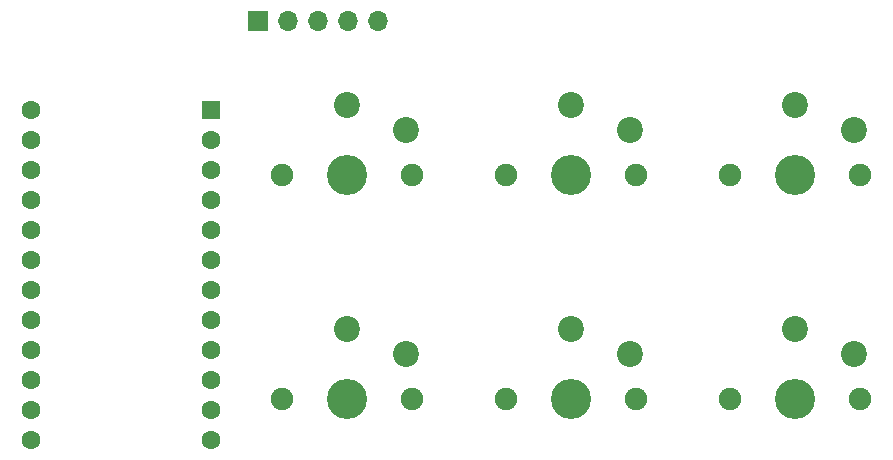
<source format=gbr>
%TF.GenerationSoftware,KiCad,Pcbnew,7.0.5*%
%TF.CreationDate,2023-10-14T21:24:46+09:00*%
%TF.ProjectId,hidtaiko,68696474-6169-46b6-9f2e-6b696361645f,rev?*%
%TF.SameCoordinates,Original*%
%TF.FileFunction,Soldermask,Top*%
%TF.FilePolarity,Negative*%
%FSLAX46Y46*%
G04 Gerber Fmt 4.6, Leading zero omitted, Abs format (unit mm)*
G04 Created by KiCad (PCBNEW 7.0.5) date 2023-10-14 21:24:46*
%MOMM*%
%LPD*%
G01*
G04 APERTURE LIST*
%ADD10R,1.700000X1.700000*%
%ADD11O,1.700000X1.700000*%
%ADD12C,1.900000*%
%ADD13C,3.400000*%
%ADD14C,2.200000*%
%ADD15R,1.600000X1.600000*%
%ADD16C,1.600000*%
G04 APERTURE END LIST*
D10*
%TO.C,REF\u002A\u002A*%
X152000000Y-52500000D03*
D11*
X154540000Y-52500000D03*
X157080000Y-52500000D03*
X159620000Y-52500000D03*
X162160000Y-52500000D03*
%TD*%
D12*
%TO.C,REF\u002A\u002A*%
X154000000Y-65500000D03*
D13*
X159500000Y-65500000D03*
D12*
X165000000Y-65500000D03*
D14*
X159500000Y-59600000D03*
X164500000Y-61700000D03*
%TD*%
D12*
%TO.C,REF\u002A\u002A*%
X192000000Y-84500000D03*
X203000000Y-84500000D03*
D13*
X197500000Y-84500000D03*
D14*
X197500000Y-78600000D03*
X202500000Y-80700000D03*
%TD*%
D12*
%TO.C,REF\u002A\u002A*%
X192000000Y-65500000D03*
X203000000Y-65500000D03*
D13*
X197500000Y-65500000D03*
D14*
X197500000Y-59600000D03*
X202500000Y-61700000D03*
%TD*%
D12*
%TO.C,REF\u002A\u002A*%
X173000000Y-65500000D03*
D13*
X178500000Y-65500000D03*
D12*
X184000000Y-65500000D03*
D14*
X178500000Y-59600000D03*
X183500000Y-61700000D03*
%TD*%
D12*
%TO.C,REF\u002A\u002A*%
X173000000Y-84500000D03*
D13*
X178500000Y-84500000D03*
D12*
X184000000Y-84500000D03*
D14*
X178500000Y-78600000D03*
X183500000Y-80700000D03*
%TD*%
D12*
%TO.C,REF\u002A\u002A*%
X154000000Y-84500000D03*
X165000000Y-84500000D03*
D13*
X159500000Y-84500000D03*
D14*
X159500000Y-78600000D03*
X164500000Y-80700000D03*
%TD*%
D15*
%TO.C,REF\u002A\u002A*%
X148000000Y-60000000D03*
D16*
X148000000Y-62540000D03*
X148000000Y-65080000D03*
X148000000Y-67620000D03*
X148000000Y-70160000D03*
X148000000Y-72700000D03*
X148000000Y-75240000D03*
X148000000Y-77780000D03*
X148000000Y-80320000D03*
X148000000Y-82860000D03*
X148000000Y-85400000D03*
X148000000Y-87940000D03*
X132760000Y-87940000D03*
X132760000Y-85400000D03*
X132760000Y-82860000D03*
X132760000Y-80320000D03*
X132760000Y-77780000D03*
X132760000Y-75240000D03*
X132760000Y-72700000D03*
X132760000Y-70160000D03*
X132760000Y-67620000D03*
X132760000Y-65080000D03*
X132760000Y-62540000D03*
X132760000Y-60000000D03*
%TD*%
M02*

</source>
